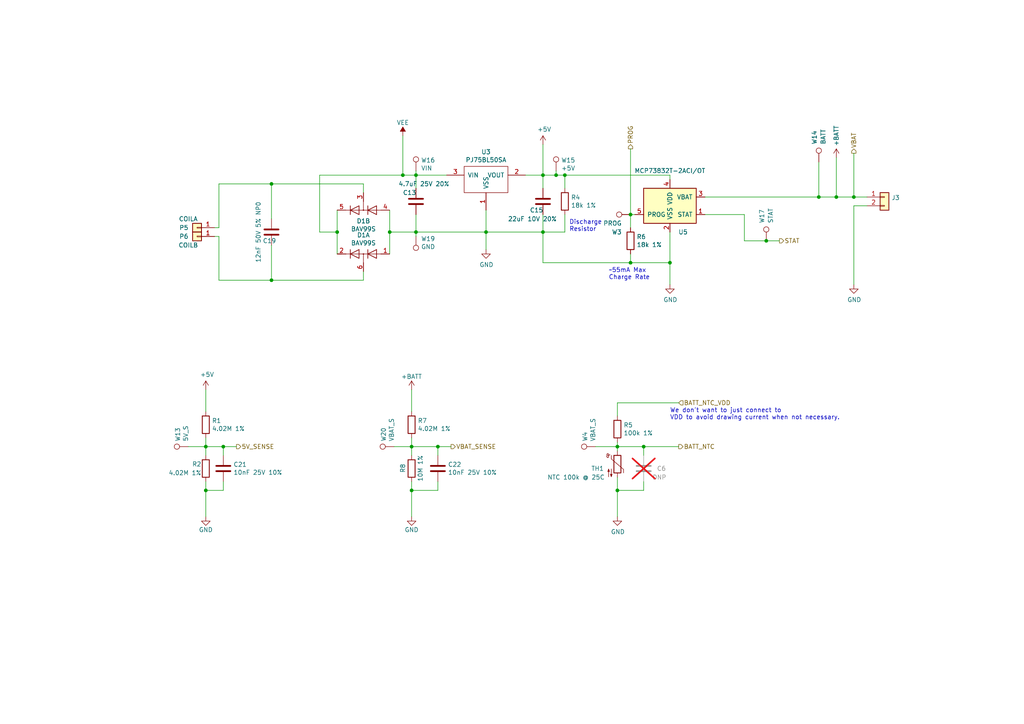
<source format=kicad_sch>
(kicad_sch (version 20250114) (generator "eeschema") (generator_version "9.0")
  (paper "A4")
  (lib_symbols
    (symbol "Connector_Generic:Conn_01x01" (pin_names (offset 1.016) (hide yes))
      (property "Reference" "J" (at 0 2.54 0))
      (property "Value" "Conn_01x01" (at 0 -2.54 0))
      (symbol "Conn_01x01_1_1"
        (rectangle (start -1.27 1.27) (end 1.27 -1.27) (stroke (width 0.254)) (fill (type background)))
        (rectangle (start -1.27 0.127) (end 0 -0.127) (stroke (width 0.1524)))
        (pin passive line (at -5.08 0 0) (length 3.81) (name "Pin_1") (number "1"))
      )
    )
    (symbol "Connector_Generic:Conn_01x02" (pin_names (offset 1.016) (hide yes))
      (property "Reference" "J" (at 0 2.54 0))
      (property "Value" "Conn_01x02" (at 0 -5.08 0))
      (symbol "Conn_01x02_1_1"
        (rectangle (start -1.27 1.27) (end 1.27 -3.81) (stroke (width 0.254)) (fill (type background)))
        (rectangle (start -1.27 0.127) (end 0 -0.127) (stroke (width 0.1524)))
        (rectangle (start -1.27 -2.413) (end 0 -2.667) (stroke (width 0.1524)))
        (pin passive line (at -5.08 0 0) (length 3.81) (name "Pin_1") (number "1"))
        (pin passive line (at -5.08 -2.54 0) (length 3.81) (name "Pin_2") (number "2"))
      )
    )
    (symbol "Device:C" (pin_numbers (hide yes)) (pin_names (offset 0.254))
      (property "Reference" "C" (at 0.635 2.54 0))
      (property "Value" "C" (at 0.635 -2.54 0))
      (symbol "C_0_1"
        (polyline (pts (xy -2.032 0.762) (xy 2.032 0.762)) (stroke (width 0.508)))
        (polyline (pts (xy -2.032 -0.762) (xy 2.032 -0.762)) (stroke (width 0.508)))
      )
      (symbol "C_1_1"
        (pin passive line (at 0 3.81 270) (length 2.794) (name "~") (number "1"))
        (pin passive line (at 0 -3.81 90) (length 2.794) (name "~") (number "2"))
      )
    )
    (symbol "Device:R" (pin_numbers (hide yes)) (pin_names (offset 0))
      (property "Reference" "R" (at 2.032 0 90))
      (property "Value" "R" (at 0 0 90))
      (symbol "R_0_1"
        (rectangle (start -1.016 -2.54) (end 1.016 2.54) (stroke (width 0.254)))
      )
      (symbol "R_1_1"
        (pin passive line (at 0 3.81 270) (length 1.27) (name "~") (number "1"))
        (pin passive line (at 0 -3.81 90) (length 1.27) (name "~") (number "2"))
      )
    )
    (symbol "Device:Thermistor_NTC" (pin_numbers (hide yes)) (pin_names (offset 0))
      (property "Reference" "TH" (at -4.445 0 90))
      (property "Value" "Thermistor_NTC" (at 3.175 0 90))
      (symbol "Thermistor_NTC_0_1"
        (arc (start -3.175 2.413) (mid -3.0506 2.3165) (end -3.048 2.159))
        (arc (start -3.048 2.794) (mid -2.9736 2.9736) (end -2.794 3.048))
        (arc (start -2.794 3.048) (mid -2.6144 2.9736) (end -2.54 2.794))
        (arc (start -2.794 2.54) (mid -2.9736 2.6144) (end -3.048 2.794))
        (arc (start -2.794 1.905) (mid -2.9736 1.9794) (end -3.048 2.159))
        (arc (start -2.54 2.159) (mid -2.6144 1.9794) (end -2.794 1.905))
        (arc (start -2.159 2.794) (mid -2.434 2.5608) (end -2.794 2.54))
        (polyline (pts (xy -2.54 2.159) (xy -2.54 2.794)))
        (polyline (pts (xy -2.54 -3.683) (xy -2.54 -1.397) (xy -2.794 -2.159) (xy -2.286 -2.159) (xy -2.54 -1.397) (xy -2.54 -1.651)) (fill (type outline)))
        (polyline (pts (xy -1.778 2.54) (xy -1.778 1.524) (xy 1.778 -1.524) (xy 1.778 -2.54)))
        (polyline (pts (xy -1.778 -1.397) (xy -1.778 -3.683) (xy -2.032 -2.921) (xy -1.524 -2.921) (xy -1.778 -3.683) (xy -1.778 -3.429)) (fill (type outline)))
        (rectangle (start -1.016 2.54) (end 1.016 -2.54) (stroke (width 0.254)))
      )
      (symbol "Thermistor_NTC_1_1"
        (pin passive line (at 0 3.81 270) (length 1.27) (name "~") (number "1"))
        (pin passive line (at 0 -3.81 90) (length 1.27) (name "~") (number "2"))
      )
    )
    (symbol "Pixels-dice:BAV99S-diode" (pin_names (offset 0.0254) (hide yes))
      (property "Reference" "D" (at 0 2.54 0))
      (property "Value" "BAV99S-diode" (at 0 5.08 0))
      (symbol "BAV99S-diode_0_1"
        (polyline (pts (xy -5.08 0) (xy 5.08 0)))
        (polyline (pts (xy -3.81 1.27) (xy -1.27 0) (xy -3.81 -1.27) (xy -3.81 1.27) (xy -3.81 1.27) (xy -3.81 1.27)) (stroke (width 0.2032)))
        (polyline (pts (xy -1.27 -1.27) (xy -1.27 1.27) (xy -1.27 1.27)) (stroke (width 0.2032)))
        (polyline (pts (xy 0 0) (xy 0 -2.54)))
        (circle (center 0 0) (radius 0.127))
        (polyline (pts (xy 1.27 1.27) (xy 3.81 0) (xy 1.27 -1.27) (xy 1.27 1.27) (xy 1.27 1.27) (xy 1.27 1.27)) (stroke (width 0.2032)))
        (polyline (pts (xy 3.81 1.27) (xy 3.81 -1.27) (xy 3.81 -1.27)) (stroke (width 0.2032)))
      )
      (symbol "BAV99S-diode_1_1"
        (polyline (pts (xy 6.35 0) (xy 7.62 0)))
        (pin passive line (at -7.62 0 0) (length 2.54) (name "A1") (number "1"))
        (pin passive line (at 0 -5.08 90) (length 2.54) (name "K3A4") (number "6"))
        (pin passive line (at 7.62 0 180) (length 2.54) (name "K2") (number "2"))
      )
      (symbol "BAV99S-diode_2_1"
        (polyline (pts (xy 6.35 0) (xy 7.62 0)))
        (pin passive line (at -7.62 0 0) (length 2.54) (name "A3") (number "4"))
        (pin passive line (at 0 -5.08 90) (length 2.54) (name "K1A2") (number "3"))
        (pin passive line (at 7.62 0 180) (length 2.54) (name "K4") (number "5"))
      )
    )
    (symbol "Pixels-dice:HX6306P502MR" (pin_names (offset 1.016))
      (property "Reference" "U" (at 3.81 -6.35 0))
      (property "Value" "HX6306P502MR" (at 0 3.81 0))
      (symbol "HX6306P502MR_0_1"
        (rectangle (start -6.35 2.54) (end 6.35 -5.08))
      )
      (symbol "HX6306P502MR_1_1"
        (pin power_in line (at -11.43 0 0) (length 5.08) (name "VIN") (number "3"))
        (pin power_in line (at 0 -10.16 90) (length 5.08) (name "VSS") (number "1"))
        (pin power_out line (at 11.43 0 180) (length 5.08) (name "VOUT") (number "2"))
      )
    )
    (symbol "Pixels-dice:MCP73831-2-OT-battery_management" (pin_names (offset 1.016))
      (property "Reference" "U" (at -7.62 6.35 0))
      (property "Value" "MCP73831-2-OT-battery_management" (at 1.27 6.35 0))
      (symbol "MCP73831-2-OT-battery_management_0_1"
        (rectangle (start -7.62 5.08) (end 7.62 -5.08) (stroke (width 0.254)) (fill (type background)))
      )
      (symbol "MCP73831-2-OT-battery_management_1_1"
        (pin input line (at -10.16 -2.54 0) (length 2.54) (name "PROG") (number "5"))
        (pin power_in line (at 0 7.62 270) (length 2.54) (name "VDD") (number "4"))
        (pin power_in line (at 0 -7.62 90) (length 2.54) (name "VSS") (number "2"))
        (pin power_out line (at 10.16 2.54 180) (length 2.54) (name "VBAT") (number "3"))
        (pin output line (at 10.16 -2.54 180) (length 2.54) (name "STAT") (number "1"))
      )
    )
    (symbol "Pixels-dice:TEST_1P-conn" (pin_numbers (hide yes)) (pin_names (offset 0.762) (hide yes))
      (property "Reference" "W" (at 0 6.858 0))
      (property "Value" "TEST_1P-conn" (at 0 5.08 0))
      (symbol "TEST_1P-conn_0_1"
        (circle (center 0 3.302) (radius 0.762))
      )
      (symbol "TEST_1P-conn_1_1"
        (pin passive line (at 0 0 90) (length 2.54) (name "1") (number "1"))
      )
    )
    (symbol "power:+5V" (power) (pin_names (offset 0))
      (property "Value" "+5V" (at 0 3.556 0))
      (symbol "+5V_0_1"
        (polyline (pts (xy -0.762 1.27) (xy 0 2.54)))
        (polyline (pts (xy 0 2.54) (xy 0.762 1.27)))
        (polyline (pts (xy 0 0) (xy 0 2.54)))
      )
      (symbol "+5V_1_1"
        (pin power_in line (at 0 0 90) (length 0) (hide yes) (name "+5V") (number "1"))
      )
    )
    (symbol "power:+BATT" (power) (pin_names (offset 0))
      (property "Value" "+BATT" (at 0 3.556 0))
      (symbol "+BATT_0_1"
        (polyline (pts (xy -0.762 1.27) (xy 0 2.54)))
        (polyline (pts (xy 0 2.54) (xy 0.762 1.27)))
        (polyline (pts (xy 0 0) (xy 0 2.54)))
      )
      (symbol "+BATT_1_1"
        (pin power_in line (at 0 0 90) (length 0) (hide yes) (name "+BATT") (number "1"))
      )
    )
    (symbol "power:GND" (power) (pin_names (offset 0))
      (property "Value" "GND" (at 0 -3.81 0))
      (symbol "GND_0_1"
        (polyline (pts (xy 0 0) (xy 0 -1.27) (xy 1.27 -1.27) (xy 0 -2.54) (xy -1.27 -1.27) (xy 0 -1.27)))
      )
      (symbol "GND_1_1"
        (pin power_in line (at 0 0 270) (length 0) (hide yes) (name "GND") (number "1"))
      )
    )
    (symbol "power:VEE" (power) (pin_names (offset 0))
      (property "Value" "VEE" (at 0 3.81 0))
      (symbol "VEE_0_1"
        (polyline (pts (xy 0 0) (xy 0 2.54)))
        (polyline (pts (xy 0.762 1.27) (xy -0.762 1.27) (xy 0 2.54) (xy 0.762 1.27)) (fill (type outline)))
      )
      (symbol "VEE_1_1"
        (pin power_in line (at 0 0 90) (length 0) (hide yes) (name "VEE") (number "1"))
      )
    )
  )
  (text "~55mA Max\nCharge Rate" (at 176.53 81.28 0) (effects (font (size 1.27 1.27)) (justify left bottom)))
  (text "We don't want to just connect to\nVDD to avoid drawing current when not necessary." (at 194.31 121.92 0) (effects (font (size 1.27 1.27)) (justify left bottom)))
  (text "Discharge\nResistor" (at 165.1 67.31 0) (effects (font (size 1.27 1.27)) (justify left bottom)))
  (junction (at 97.79 67.31))
  (junction (at 247.65 57.15))
  (junction (at 59.69 129.54))
  (junction (at 182.88 76.2))
  (junction (at 59.69 142.24))
  (junction (at 194.31 76.2))
  (junction (at 157.48 67.31))
  (junction (at 242.57 57.15))
  (junction (at 140.97 67.31))
  (junction (at 120.65 67.31))
  (junction (at 78.74 53.34))
  (junction (at 120.65 50.8))
  (junction (at 179.07 129.54))
  (junction (at 179.07 142.24))
  (junction (at 119.38 142.24))
  (junction (at 64.77 129.54))
  (junction (at 186.69 129.54))
  (junction (at 237.49 57.15))
  (junction (at 157.48 50.8))
  (junction (at 182.88 62.23))
  (junction (at 78.74 81.28))
  (junction (at 161.29 50.8))
  (junction (at 119.38 129.54))
  (junction (at 113.03 67.31))
  (junction (at 163.83 50.8))
  (junction (at 222.25 69.85))
  (junction (at 116.84 50.8))
  (junction (at 127 129.54))
  (wire (pts (xy 179.07 138.43) (xy 179.07 142.24)))
  (wire (pts (xy 157.48 76.2) (xy 182.88 76.2)))
  (wire (pts (xy 78.74 81.28) (xy 63.5 81.28)))
  (wire (pts (xy 237.49 57.15) (xy 242.57 57.15)))
  (wire (pts (xy 127 142.24) (xy 119.38 142.24)))
  (wire (pts (xy 59.69 139.7) (xy 59.69 142.24)))
  (wire (pts (xy 157.48 67.31) (xy 157.48 76.2)))
  (wire (pts (xy 161.29 49.53) (xy 161.29 50.8)))
  (wire (pts (xy 204.47 57.15) (xy 237.49 57.15)))
  (wire (pts (xy 54.61 129.54) (xy 59.69 129.54)))
  (wire (pts (xy 215.9 69.85) (xy 222.25 69.85)))
  (wire (pts (xy 59.69 119.38) (xy 59.69 113.03)))
  (wire (pts (xy 78.74 53.34) (xy 63.5 53.34)))
  (wire (pts (xy 247.65 44.45) (xy 247.65 57.15)))
  (wire (pts (xy 186.69 129.54) (xy 196.85 129.54)))
  (wire (pts (xy 157.48 41.91) (xy 157.48 50.8)))
  (wire (pts (xy 247.65 57.15) (xy 242.57 57.15)))
  (wire (pts (xy 63.5 81.28) (xy 63.5 68.58)))
  (wire (pts (xy 97.79 60.96) (xy 97.79 67.31)))
  (wire (pts (xy 127 129.54) (xy 130.81 129.54)))
  (wire (pts (xy 157.48 67.31) (xy 157.48 62.23)))
  (wire (pts (xy 204.47 62.23) (xy 215.9 62.23)))
  (wire (pts (xy 237.49 46.99) (xy 237.49 57.15)))
  (wire (pts (xy 182.88 73.66) (xy 182.88 76.2)))
  (wire (pts (xy 59.69 127) (xy 59.69 129.54)))
  (wire (pts (xy 63.5 66.04) (xy 62.23 66.04)))
  (wire (pts (xy 186.69 129.54) (xy 186.69 132.08)))
  (wire (pts (xy 59.69 142.24) (xy 59.69 149.86)))
  (wire (pts (xy 59.69 132.08) (xy 59.69 129.54)))
  (wire (pts (xy 172.72 129.54) (xy 179.07 129.54)))
  (wire (pts (xy 63.5 53.34) (xy 63.5 66.04)))
  (wire (pts (xy 97.79 67.31) (xy 97.79 73.66)))
  (wire (pts (xy 113.03 60.96) (xy 113.03 67.31)))
  (wire (pts (xy 140.97 67.31) (xy 157.48 67.31)))
  (wire (pts (xy 113.03 67.31) (xy 113.03 73.66)))
  (wire (pts (xy 120.65 49.53) (xy 120.65 50.8)))
  (wire (pts (xy 127 139.7) (xy 127 142.24)))
  (wire (pts (xy 64.77 139.7) (xy 64.77 142.24)))
  (wire (pts (xy 163.83 62.23) (xy 163.83 67.31)))
  (wire (pts (xy 59.69 129.54) (xy 64.77 129.54)))
  (wire (pts (xy 247.65 59.69) (xy 247.65 82.55)))
  (wire (pts (xy 105.41 78.74) (xy 105.41 81.28)))
  (wire (pts (xy 120.65 50.8) (xy 129.54 50.8)))
  (wire (pts (xy 120.65 50.8) (xy 120.65 54.61)))
  (wire (pts (xy 114.3 129.54) (xy 119.38 129.54)))
  (wire (pts (xy 140.97 67.31) (xy 140.97 72.39)))
  (wire (pts (xy 119.38 129.54) (xy 119.38 132.08)))
  (wire (pts (xy 119.38 113.03) (xy 119.38 119.38)))
  (wire (pts (xy 119.38 139.7) (xy 119.38 142.24)))
  (wire (pts (xy 163.83 67.31) (xy 157.48 67.31)))
  (wire (pts (xy 242.57 45.72) (xy 242.57 57.15)))
  (wire (pts (xy 64.77 129.54) (xy 68.58 129.54)))
  (wire (pts (xy 78.74 71.12) (xy 78.74 81.28)))
  (wire (pts (xy 120.65 67.31) (xy 113.03 67.31)))
  (wire (pts (xy 194.31 52.07) (xy 194.31 50.8)))
  (wire (pts (xy 182.88 43.18) (xy 182.88 62.23)))
  (wire (pts (xy 215.9 62.23) (xy 215.9 69.85)))
  (wire (pts (xy 64.77 132.08) (xy 64.77 129.54)))
  (wire (pts (xy 194.31 67.31) (xy 194.31 76.2)))
  (wire (pts (xy 152.4 50.8) (xy 157.48 50.8)))
  (wire (pts (xy 222.25 69.85) (xy 226.06 69.85)))
  (wire (pts (xy 157.48 50.8) (xy 157.48 54.61)))
  (wire (pts (xy 92.71 50.8) (xy 116.84 50.8)))
  (wire (pts (xy 179.07 129.54) (xy 186.69 129.54)))
  (wire (pts (xy 140.97 60.96) (xy 140.97 67.31)))
  (wire (pts (xy 63.5 68.58) (xy 62.23 68.58)))
  (wire (pts (xy 78.74 53.34) (xy 105.41 53.34)))
  (wire (pts (xy 97.79 67.31) (xy 92.71 67.31)))
  (wire (pts (xy 127 129.54) (xy 127 132.08)))
  (wire (pts (xy 64.77 142.24) (xy 59.69 142.24)))
  (wire (pts (xy 251.46 59.69) (xy 247.65 59.69)))
  (wire (pts (xy 184.15 62.23) (xy 182.88 62.23)))
  (wire (pts (xy 179.07 128.27) (xy 179.07 129.54)))
  (wire (pts (xy 120.65 68.58) (xy 120.65 67.31)))
  (wire (pts (xy 179.07 142.24) (xy 179.07 149.86)))
  (wire (pts (xy 119.38 127) (xy 119.38 129.54)))
  (wire (pts (xy 161.29 50.8) (xy 163.83 50.8)))
  (wire (pts (xy 182.88 76.2) (xy 194.31 76.2)))
  (wire (pts (xy 119.38 129.54) (xy 127 129.54)))
  (wire (pts (xy 157.48 50.8) (xy 161.29 50.8)))
  (wire (pts (xy 92.71 67.31) (xy 92.71 50.8)))
  (wire (pts (xy 251.46 57.15) (xy 247.65 57.15)))
  (wire (pts (xy 186.69 142.24) (xy 179.07 142.24)))
  (wire (pts (xy 163.83 50.8) (xy 163.83 54.61)))
  (wire (pts (xy 179.07 120.65) (xy 179.07 116.84)))
  (wire (pts (xy 119.38 142.24) (xy 119.38 149.86)))
  (wire (pts (xy 116.84 39.37) (xy 116.84 50.8)))
  (wire (pts (xy 120.65 62.23) (xy 120.65 67.31)))
  (wire (pts (xy 163.83 50.8) (xy 194.31 50.8)))
  (wire (pts (xy 120.65 67.31) (xy 140.97 67.31)))
  (wire (pts (xy 105.41 55.88) (xy 105.41 53.34)))
  (wire (pts (xy 182.88 62.23) (xy 182.88 66.04)))
  (wire (pts (xy 78.74 63.5) (xy 78.74 53.34)))
  (wire (pts (xy 179.07 129.54) (xy 179.07 130.81)))
  (wire (pts (xy 194.31 76.2) (xy 194.31 82.55)))
  (wire (pts (xy 186.69 139.7) (xy 186.69 142.24)))
  (wire (pts (xy 116.84 50.8) (xy 120.65 50.8)))
  (wire (pts (xy 179.07 116.84) (xy 196.85 116.84)))
  (wire (pts (xy 78.74 81.28) (xy 105.41 81.28)))
  (hierarchical_label "BATT_NTC" (shape output) (at 196.85 129.54 0))
  (hierarchical_label "VBAT" (shape output) (at 247.65 44.45 90))
  (hierarchical_label "5V_SENSE" (shape output) (at 68.58 129.54 0))
  (hierarchical_label "PROG" (shape output) (at 182.88 43.18 90))
  (hierarchical_label "BATT_NTC_VDD" (shape input) (at 196.85 116.84 0))
  (hierarchical_label "STAT" (shape output) (at 226.06 69.85 0))
  (hierarchical_label "VBAT_SENSE" (shape output) (at 130.81 129.54 0))
  (symbol (lib_id "power:GND") (at 247.65 82.55 0) (unit 1)
    (property "Reference" "#PWR052" (effects (hide yes)))
    (property "Value" "GND" (at 247.777 86.9442 0))
  )
  (symbol (lib_id "Device:R") (at 179.07 124.46 0) (unit 1)
    (property "Reference" "R5" (at 180.848 123.2916 0) (effects (justify left)))
    (property "Value" "100k 1%" (at 180.848 125.603 0) (effects (justify left)))
    (property "Footprint" "Pixels-dice:R_0402_1005Metric" (effects (hide yes)))
    (property "Generic OK" "YES" (effects (hide yes)))
    (property "Pixels Part Number" "SMD-R006" (effects (hide yes)))
    (property "Manufacturer" "UNI-ROYAL(Uniroyal Elec)" (effects (hide yes)))
    (property "Manufacturer Part Number" "0402WGF1003TCE" (effects (hide yes)))
  )
  (symbol (lib_id "Device:C") (at 120.65 58.42 0) (unit 1)
    (property "Reference" "C13" (at 116.84 55.88 0) (effects (justify left)))
    (property "Value" "4.7uF 25V 20%" (at 115.57 53.34 0) (effects (justify left)))
    (property "Footprint" "Capacitor_SMD:C_0603_1608Metric" (effects (hide yes)))
    (property "Generic OK" "YES" (effects (hide yes)))
    (property "Pixels Part Number" "SMD-C010" (effects (hide yes)))
    (property "Manufacturer" "Murata" (effects (hide yes)))
    (property "Manufacturer Part Number" "GRM188R61E475KE11D" (effects (hide yes)))
  )
  (symbol (lib_id "power:GND") (at 179.07 149.86 0) (unit 1)
    (property "Reference" "#PWR0139" (effects (hide yes)))
    (property "Value" "GND" (at 179.197 154.2542 0))
  )
  (symbol (lib_id "Pixels-dice:TEST_1P-conn") (at 120.65 49.53 0) (unit 1) (in_bom no)
    (property "Reference" "W16" (at 122.1232 46.482 0) (effects (justify left)))
    (property "Value" "VIN" (at 122.1232 48.7934 0) (effects (justify left)))
    (property "Footprint" "Pixels-dice:TEST_PIN" (effects (hide yes)))
    (property "Generic OK" "N/A" (effects (hide yes)))
  )
  (symbol (lib_id "power:VEE") (at 116.84 39.37 0) (unit 1)
    (property "Reference" "#PWR032" (effects (hide yes)))
    (property "Value" "VEE" (at 116.84 35.56 0))
  )
  (symbol (lib_id "power:+5V") (at 59.69 113.03 0) (unit 1)
    (property "Reference" "#PWR057" (effects (hide yes)))
    (property "Value" "+5V" (at 60.071 108.6358 0))
  )
  (symbol (lib_id "Pixels-dice:TEST_1P-conn") (at 54.61 129.54 90) (unit 1) (in_bom no)
    (property "Reference" "W13" (at 51.562 128.0668 0) (effects (justify left)))
    (property "Value" "5V_S" (at 53.8734 128.0668 0) (effects (justify left)))
    (property "Footprint" "Pixels-dice:TEST_PIN" (effects (hide yes)))
    (property "Generic OK" "N/A" (effects (hide yes)))
  )
  (symbol (lib_id "Device:C") (at 78.74 67.31 0) (unit 1)
    (property "Reference" "C19" (at 76.2 69.85 0) (effects (justify left)))
    (property "Value" "12nF 50V 5% NP0" (at 74.93 76.2 90) (effects (justify left)))
    (property "Footprint" "Capacitor_SMD:C_0805_2012Metric" (effects (hide yes)))
    (property "Generic OK" "NO" (effects (hide yes)))
    (property "Pixels Part Number" "SMD-C011" (effects (hide yes)))
    (property "Manufacturer" "Murata" (effects (hide yes)))
    (property "Manufacturer Part Number" "GRM2195C1H123JA01D" (effects (hide yes)))
  )
  (symbol (lib_id "Device:R") (at 182.88 69.85 0) (unit 1)
    (property "Reference" "R6" (at 184.658 68.6816 0) (effects (justify left)))
    (property "Value" "18k 1%" (at 184.658 70.993 0) (effects (justify left)))
    (property "Footprint" "Pixels-dice:R_0402_1005Metric" (effects (hide yes)))
    (property "Generic OK" "YES" (effects (hide yes)))
    (property "Manufacturer" "UNI-ROYAL(Uniroyal Elec)" (effects (hide yes)))
  )
  (symbol (lib_id "Device:R") (at 119.38 123.19 0) (unit 1)
    (property "Reference" "R7" (at 121.158 122.0216 0) (effects (justify left)))
    (property "Value" "4.02M 1%" (at 121.158 124.333 0) (effects (justify left)))
    (property "Footprint" "Pixels-dice:R_0402_1005Metric" (effects (hide yes)))
    (property "Generic OK" "YES" (effects (hide yes)))
    (property "Manufacturer" "UNI-ROYAL(Uniroyal Elec)" (effects (hide yes)))
    (property "Manufacturer Part Number" "0402WGF4024TCE" (effects (hide yes)))
  )
  (symbol (lib_id "power:+BATT") (at 119.38 113.03 0) (unit 1)
    (property "Reference" "#PWR058" (effects (hide yes)))
    (property "Value" "+BATT" (at 119.38 109.22 0))
  )
  (symbol (lib_id "Device:R") (at 119.38 135.89 0) (unit 1)
    (property "Reference" "R8" (at 116.84 137.16 90) (effects (justify left)))
    (property "Value" "10M 1%" (at 121.92 139.7 90) (effects (justify left)))
    (property "Footprint" "Pixels-dice:R_0402_1005Metric" (effects (hide yes)))
    (property "Generic OK" "YES" (effects (hide yes)))
    (property "Pixels Part Number" "SMD-R004" (effects (hide yes)))
    (property "Manufacturer" "UNI-ROYAL(Uniroyal Elec)" (effects (hide yes)))
    (property "Manufacturer Part Number" "0402WGF1005TCE" (effects (hide yes)))
  )
  (symbol (lib_id "Pixels-dice:MCP73831-2-OT-battery_management") (at 194.31 59.69 0) (unit 1)
    (property "Reference" "U5" (at 198.12 67.31 0))
    (property "Value" "MCP73832T-2ACI/OT" (at 194.31 49.53 0))
    (property "Footprint" "Package_TO_SOT_SMD:SOT-23-5" (effects (hide yes)))
    (property "Datasheet" "http://ww1.microchip.com/downloads/en/DeviceDoc/20001984g.pdf" (effects (hide yes)))
    (property "Generic OK" "NO" (effects (hide yes)))
    (property "Manufacturer" "Microchip" (effects (hide yes)))
    (property "Manufacturer Part Number" "MCP73832T-2ACI/OT" (effects (hide yes)))
    (property "Pixels Part Number" "SMD-U005" (effects (hide yes)))
  )
  (symbol (lib_id "Device:R") (at 59.69 123.19 0) (unit 1)
    (property "Reference" "R1" (at 61.468 122.0216 0) (effects (justify left)))
    (property "Value" "4.02M 1%" (at 61.468 124.333 0) (effects (justify left)))
    (property "Footprint" "Pixels-dice:R_0402_1005Metric" (effects (hide yes)))
    (property "Generic OK" "YES" (effects (hide yes)))
    (property "Manufacturer" "UNI-ROYAL(Uniroyal Elec)" (effects (hide yes)))
    (property "Manufacturer Part Number" "0402WGF4024TCE" (effects (hide yes)))
  )
  (symbol (lib_id "Pixels-dice:TEST_1P-conn") (at 182.88 62.23 90) (unit 1) (in_bom no)
    (property "Reference" "W3" (at 180.34 67.31 90) (effects (justify left)))
    (property "Value" "PROG" (at 180.34 64.77 90) (effects (justify left)))
    (property "Footprint" "Pixels-dice:TEST_PIN" (effects (hide yes)))
    (property "Generic OK" "N/A" (effects (hide yes)))
  )
  (symbol (lib_id "Device:R") (at 59.69 135.89 180) (unit 1)
    (property "Reference" "R2" (at 58.42 134.62 0) (effects (justify left)))
    (property "Value" "4.02M 1%" (at 58.42 137.16 0) (effects (justify left)))
    (property "Footprint" "Pixels-dice:R_0402_1005Metric" (effects (hide yes)))
    (property "Generic OK" "YES" (effects (hide yes)))
    (property "Manufacturer" "UNI-ROYAL(Uniroyal Elec)" (effects (hide yes)))
    (property "Manufacturer Part Number" "0402WGF4024TCE" (effects (hide yes)))
  )
  (symbol (lib_id "Pixels-dice:TEST_1P-conn") (at 172.72 129.54 90) (unit 1) (in_bom no)
    (property "Reference" "W4" (at 169.672 128.0668 0) (effects (justify left)))
    (property "Value" "VBAT_S" (at 171.9834 128.0668 0) (effects (justify left)))
    (property "Footprint" "Pixels-dice:TEST_PIN" (effects (hide yes)))
    (property "Generic OK" "N/A" (effects (hide yes)))
  )
  (symbol (lib_id "power:GND") (at 119.38 149.86 0) (unit 1)
    (property "Reference" "#PWR060" (effects (hide yes)))
    (property "Value" "GND" (at 119.38 153.67 0))
  )
  (symbol (lib_id "Device:Thermistor_NTC") (at 179.07 134.62 0) (unit 1)
    (property "Reference" "TH1" (at 171.45 135.89 0) (effects (justify left)))
    (property "Value" "NTC 100k @ 25C" (at 158.75 138.43 0) (effects (justify left)))
    (property "Footprint" "Pixels-dice:R_0402_1005Metric" (effects (hide yes)))
    (property "Generic OK" "NO" (effects (hide yes)))
    (property "Manufacturer" "TDK" (effects (hide yes)))
    (property "Manufacturer Part Number" "NTCG104EF104FT1X" (effects (hide yes)))
  )
  (symbol (lib_id "power:+5V") (at 157.48 41.91 0) (unit 1)
    (property "Reference" "#PWR040" (effects (hide yes)))
    (property "Value" "+5V" (at 157.861 37.5158 0))
  )
  (symbol (lib_id "Device:C") (at 127 135.89 0) (unit 1)
    (property "Reference" "C22" (at 129.921 134.7216 0) (effects (justify left)))
    (property "Value" "10nF 25V 10%" (at 129.921 137.033 0) (effects (justify left)))
    (property "Footprint" "Pixels-dice:C_0402_1005Metric" (effects (hide yes)))
    (property "Generic OK" "YES" (effects (hide yes)))
    (property "Pixels Part Number" "SMD-C009" (effects (hide yes)))
    (property "Manufacturer" "Murata" (effects (hide yes)))
    (property "Manufacturer Part Number" "GRM155R71H103KA88" (effects (hide yes)))
  )
  (symbol (lib_id "Device:R") (at 163.83 58.42 0) (unit 1)
    (property "Reference" "R4" (at 165.608 57.2516 0) (effects (justify left)))
    (property "Value" "18k 1%" (at 165.608 59.563 0) (effects (justify left)))
    (property "Footprint" "Pixels-dice:R_0402_1005Metric" (effects (hide yes)))
    (property "Generic OK" "YES" (effects (hide yes)))
    (property "Manufacturer" "UNI-ROYAL(Uniroyal Elec)" (effects (hide yes)))
  )
  (symbol (lib_id "Pixels-dice:TEST_1P-conn") (at 222.25 69.85 0) (unit 1) (in_bom no)
    (property "Reference" "W17" (at 220.98 64.77 90) (effects (justify left)))
    (property "Value" "STAT" (at 223.52 64.77 90) (effects (justify left)))
    (property "Footprint" "Pixels-dice:TEST_PIN" (effects (hide yes)))
    (property "Generic OK" "N/A" (effects (hide yes)))
  )
  (symbol (lib_id "power:GND") (at 194.31 82.55 0) (unit 1)
    (property "Reference" "#PWR051" (effects (hide yes)))
    (property "Value" "GND" (at 194.437 86.9442 0))
  )
  (symbol (lib_id "power:GND") (at 140.97 72.39 0) (unit 1)
    (property "Reference" "#PWR050" (effects (hide yes)))
    (property "Value" "GND" (at 141.097 76.7842 0))
  )
  (symbol (lib_id "power:+BATT") (at 242.57 45.72 0) (unit 1)
    (property "Reference" "#PWR041" (effects (hide yes)))
    (property "Value" "+BATT" (at 242.57 39.37 90))
  )
  (symbol (lib_id "Connector_Generic:Conn_01x02") (at 256.54 57.15 0) (unit 1) (in_bom no)
    (property "Reference" "J3" (at 258.572 57.3532 0) (effects (justify left)))
    (property "Value" "Conn_01x02" (effects (hide yes)))
    (property "Footprint" "Pixels-dice:Hongjie 10100 Connector" (effects (hide yes)))
    (property "Generic OK" "N/A" (effects (hide yes)))
  )
  (symbol (lib_id "Device:C") (at 157.48 58.42 0) (unit 1)
    (property "Reference" "C15" (at 153.67 60.96 0) (effects (justify left)))
    (property "Value" "22uF 10V 20%" (at 147.32 63.5 0) (effects (justify left)))
    (property "Footprint" "Capacitor_SMD:C_0603_1608Metric" (effects (hide yes)))
    (property "Generic OK" "YES" (effects (hide yes)))
    (property "Pixels Part Number" "SMD-C002" (effects (hide yes)))
    (property "Manufacturer" "Murata" (effects (hide yes)))
    (property "Manufacturer Part Number" "GRM188R61A226ME15D" (effects (hide yes)))
  )
  (symbol (lib_id "Device:C") (at 186.69 135.89 0) (unit 1) (in_bom no) (dnp yes)
    (property "Reference" "C6" (at 190.5 135.89 0) (effects (justify left)))
    (property "Value" "DNP" (at 189.23 138.43 0) (effects (justify left)))
    (property "Footprint" "Pixels-dice:C_0402_1005Metric" (effects (hide yes)))
    (property "Generic OK" "YES" (effects (hide yes)))
    (property "Pixels Part Number" "SMD-C005" (effects (hide yes)))
  )
  (symbol (lib_id "Pixels-dice:TEST_1P-conn") (at 120.65 68.58 180) (unit 1) (in_bom no)
    (property "Reference" "W19" (at 122.1232 69.2658 0) (effects (justify right)))
    (property "Value" "GND" (at 122.1232 71.5772 0) (effects (justify right)))
    (property "Footprint" "Pixels-dice:TEST_PIN" (effects (hide yes)))
    (property "Generic OK" "N/A" (effects (hide yes)))
  )
  (symbol (lib_id "Pixels-dice:TEST_1P-conn") (at 237.49 46.99 0) (unit 1) (in_bom no)
    (property "Reference" "W14" (at 236.22 41.91 90) (effects (justify left)))
    (property "Value" "BATT" (at 238.76 41.91 90) (effects (justify left)))
    (property "Footprint" "Pixels-dice:TEST_PIN" (effects (hide yes)))
    (property "Generic OK" "N/A" (effects (hide yes)))
  )
  (symbol (lib_id "Connector_Generic:Conn_01x01") (at 57.15 68.58 180) (unit 1) (in_bom no)
    (property "Reference" "P6" (at 53.34 68.58 0))
    (property "Value" "COILB" (at 54.61 71.12 0))
    (property "Footprint" "Pixels-dice:TestPoint_THTPad_D1.5mm_Drill0.7mm_nosilk" (effects (hide yes)))
    (property "Generic OK" "N/A" (effects (hide yes)))
  )
  (symbol (lib_id "Connector_Generic:Conn_01x01") (at 57.15 66.04 180) (unit 1) (in_bom no)
    (property "Reference" "P5" (at 53.34 66.04 0))
    (property "Value" "COILA" (at 54.61 63.5 0))
    (property "Footprint" "Pixels-dice:TestPoint_THTPad_D1.5mm_Drill0.7mm_nosilk" (effects (hide yes)))
    (property "Generic OK" "N/A" (effects (hide yes)))
  )
  (symbol (lib_id "Pixels-dice:TEST_1P-conn") (at 114.3 129.54 90) (unit 1) (in_bom no)
    (property "Reference" "W20" (at 111.252 128.0668 0) (effects (justify left)))
    (property "Value" "VBAT_S" (at 113.5634 128.0668 0) (effects (justify left)))
    (property "Footprint" "Pixels-dice:TEST_PIN" (effects (hide yes)))
    (property "Generic OK" "N/A" (effects (hide yes)))
  )
  (symbol (lib_id "Pixels-dice:HX6306P502MR") (at 140.97 50.8 0) (unit 1)
    (property "Reference" "U3" (at 140.97 44.069 0))
    (property "Value" "PJ75BL50SA" (at 140.97 46.3804 0))
    (property "Footprint" "Pixels-dice:SOT-23" (effects (hide yes)))
    (property "Manufacturer" "PJSEMI" (effects (hide yes)))
    (property "Manufacturer Part Number" "PJ75BL50SA" (effects (hide yes)))
    (property "Generic OK" "NO" (effects (hide yes)))
  )
  (symbol (lib_id "Pixels-dice:TEST_1P-conn") (at 161.29 49.53 0) (unit 1) (in_bom no)
    (property "Reference" "W15" (at 162.7632 46.482 0) (effects (justify left)))
    (property "Value" "+5V" (at 162.7632 48.7934 0) (effects (justify left)))
    (property "Footprint" "Pixels-dice:TEST_PIN" (effects (hide yes)))
    (property "Generic OK" "N/A" (effects (hide yes)))
  )
  (symbol (lib_id "Pixels-dice:BAV99S-diode") (at 105.41 60.96 180) (unit 2)
    (property "Reference" "D1" (at 105.41 64.1096 0))
    (property "Value" "BAV99S" (at 105.41 66.421 0))
    (property "Footprint" "Package_TO_SOT_SMD:SOT-363_SC-70-6" (effects (hide yes)))
    (property "Datasheet" "https://assets.nexperia.com/documents/data-sheet/BAV99_SER.pdf" (effects (hide yes)))
    (property "Generic OK" "YES" (effects (hide yes)))
    (property "Manufacturer" "Nexperia" (effects (hide yes)))
    (property "Manufacturer Part Number" "BAV99S,115" (effects (hide yes)))
    (property "Pixels Part Number" "SMD-D001" (effects (hide yes)))
  )
  (symbol (lib_id "power:GND") (at 59.69 149.86 0) (unit 1)
    (property "Reference" "#PWR059" (effects (hide yes)))
    (property "Value" "GND" (at 59.69 153.67 0))
  )
  (symbol (lib_id "Pixels-dice:BAV99S-diode") (at 105.41 73.66 0) (mirror y) (unit 1)
    (property "Reference" "D1" (at 105.41 68.1736 0))
    (property "Value" "BAV99S" (at 105.41 70.485 0))
    (property "Footprint" "Package_TO_SOT_SMD:SOT-363_SC-70-6" (effects (hide yes)))
    (property "Datasheet" "https://assets.nexperia.com/documents/data-sheet/BAV99_SER.pdf" (effects (hide yes)))
    (property "Generic OK" "YES" (effects (hide yes)))
    (property "Manufacturer" "Nexperia" (effects (hide yes)))
    (property "Manufacturer Part Number" "BAV99S,115" (effects (hide yes)))
    (property "Pixels Part Number" "SMD-D001" (effects (hide yes)))
  )
  (symbol (lib_id "Device:C") (at 64.77 135.89 0) (unit 1)
    (property "Reference" "C21" (at 67.691 134.7216 0) (effects (justify left)))
    (property "Value" "10nF 25V 10%" (at 67.691 137.033 0) (effects (justify left)))
    (property "Footprint" "Pixels-dice:C_0402_1005Metric" (effects (hide yes)))
    (property "Generic OK" "YES" (effects (hide yes)))
    (property "Pixels Part Number" "SMD-C009" (effects (hide yes)))
    (property "Manufacturer" "Murata" (effects (hide yes)))
    (property "Manufacturer Part Number" "GRM155R71H103KA88" (effects (hide yes)))
  )
)
</source>
